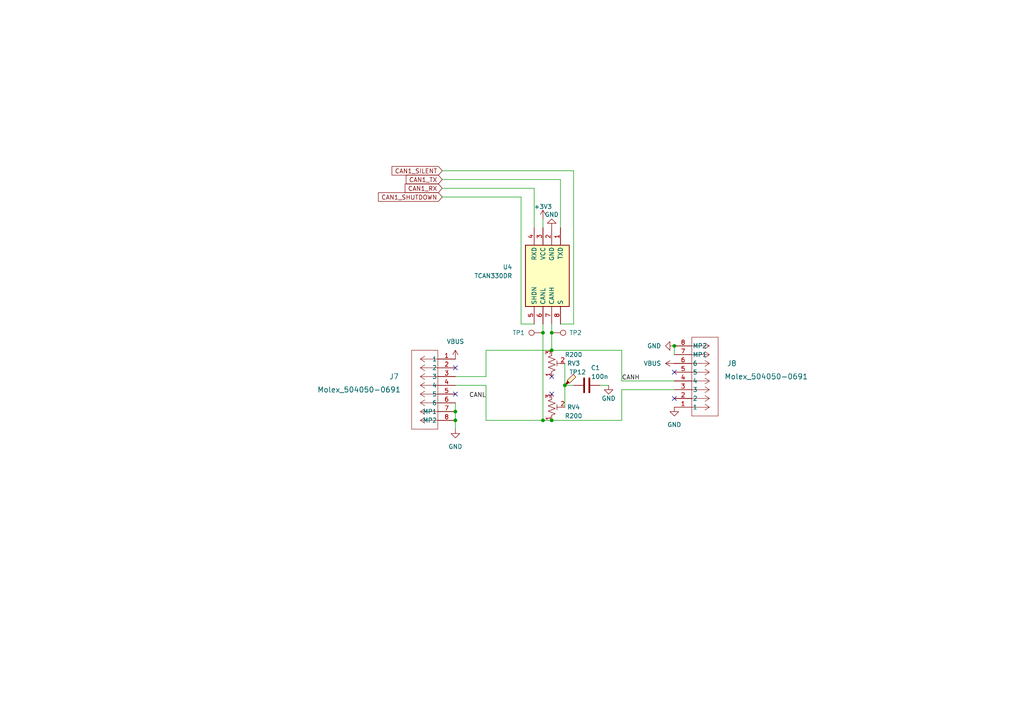
<source format=kicad_sch>
(kicad_sch (version 20230121) (generator eeschema)
  (paper "A4")
  (lib_symbols
    (symbol "Connector:TestPoint_Probe" (pin_numbers hide) (pin_names (offset 0.762) hide)
      (property "Reference" "TP" (at 1.651 5.842 0))
      (property "Value" "TestPoint_Probe" (at 1.651 4.064 0))
      (symbol "TestPoint_Probe_0_1"
        (polyline (pts (xy 1.27 0.762) (xy 0 0) (xy 0.762 1.27) (xy 1.27 0.762)) (fill (type outline)))
        (polyline (pts (xy 1.397 0.635) (xy 0.635 1.397) (xy 2.413 3.175) (xy 3.175 2.413) (xy 1.397 0.635)) (fill (type background)))
      )
      (symbol "TestPoint_Probe_1_1"
        (pin passive line (at 0 0 90) (length 0) (name "1") (number "1"))
      )
    )
    (symbol "Device:C" (pin_numbers hide) (pin_names (offset 0.254))
      (property "Reference" "C" (at 0.635 2.54 0))
      (property "Value" "C" (at 0.635 -2.54 0))
      (symbol "C_0_1"
        (polyline (pts (xy -2.032 -0.762) (xy 2.032 -0.762)) (stroke (width 0.508)))
        (polyline (pts (xy -2.032 0.762) (xy 2.032 0.762)) (stroke (width 0.508)))
      )
      (symbol "C_1_1"
        (pin passive line (at 0 3.81 270) (length 2.794) (name "~") (number "1"))
        (pin passive line (at 0 -3.81 90) (length 2.794) (name "~") (number "2"))
      )
    )
    (symbol "Device:R_Potentiometer_Trim_US" (pin_names (offset 1.016) hide)
      (property "Reference" "RV" (at -4.445 0 90))
      (property "Value" "R_Potentiometer_Trim_US" (at -2.54 0 90))
      (symbol "R_Potentiometer_Trim_US_0_1"
        (polyline (pts (xy 0 -2.286) (xy 0 -2.54)))
        (polyline (pts (xy 0 2.286) (xy 0 2.54)))
        (polyline (pts (xy 1.524 0.762) (xy 1.524 -0.762)))
        (polyline (pts (xy 2.54 0) (xy 1.524 0)))
        (polyline (pts (xy 0 -0.762) (xy 1.016 -1.143) (xy 0 -1.524) (xy -1.016 -1.905) (xy 0 -2.286)))
        (polyline (pts (xy 0 0.762) (xy 1.016 0.381) (xy 0 0) (xy -1.016 -0.381) (xy 0 -0.762)))
        (polyline (pts (xy 0 2.286) (xy 1.016 1.905) (xy 0 1.524) (xy -1.016 1.143) (xy 0 0.762)))
      )
      (symbol "R_Potentiometer_Trim_US_1_1"
        (pin passive line (at 0 3.81 270) (length 1.27) (name "1") (number "1"))
        (pin passive line (at 3.81 0 180) (length 1.27) (name "2") (number "2"))
        (pin passive line (at 0 -3.81 90) (length 1.27) (name "3") (number "3"))
      )
    )
    (symbol "TVSC:Molex_504050-0691" (pin_names (offset 0.254))
      (property "Reference" "J" (at 13.97 -7.62 0))
      (property "Value" "Molex_504050-0691" (at 25.4 -10.16 0))
      (symbol "Molex_504050-0691_1_1"
        (polyline (pts (xy 5.08 -20.32) (xy 12.7 -20.32)) (stroke (width 0.127)))
        (polyline (pts (xy 5.08 2.54) (xy 5.08 -20.32)) (stroke (width 0.127)))
        (polyline (pts (xy 10.16 -17.78) (xy 5.08 -17.78)) (stroke (width 0.127)))
        (polyline (pts (xy 10.16 -17.78) (xy 8.89 -18.6267)) (stroke (width 0.127)))
        (polyline (pts (xy 10.16 -17.78) (xy 8.89 -16.9333)) (stroke (width 0.127)))
        (polyline (pts (xy 10.16 -15.24) (xy 5.08 -15.24)) (stroke (width 0.127)))
        (polyline (pts (xy 10.16 -15.24) (xy 8.89 -16.0867)) (stroke (width 0.127)))
        (polyline (pts (xy 10.16 -15.24) (xy 8.89 -14.3933)) (stroke (width 0.127)))
        (polyline (pts (xy 10.16 -12.7) (xy 5.08 -12.7)) (stroke (width 0.127)))
        (polyline (pts (xy 10.16 -12.7) (xy 8.89 -13.5467)) (stroke (width 0.127)))
        (polyline (pts (xy 10.16 -12.7) (xy 8.89 -11.8533)) (stroke (width 0.127)))
        (polyline (pts (xy 10.16 -10.16) (xy 5.08 -10.16)) (stroke (width 0.127)))
        (polyline (pts (xy 10.16 -10.16) (xy 8.89 -11.0067)) (stroke (width 0.127)))
        (polyline (pts (xy 10.16 -10.16) (xy 8.89 -9.3133)) (stroke (width 0.127)))
        (polyline (pts (xy 10.16 -7.62) (xy 5.08 -7.62)) (stroke (width 0.127)))
        (polyline (pts (xy 10.16 -7.62) (xy 8.89 -8.4667)) (stroke (width 0.127)))
        (polyline (pts (xy 10.16 -7.62) (xy 8.89 -6.7733)) (stroke (width 0.127)))
        (polyline (pts (xy 10.16 -5.08) (xy 5.08 -5.08)) (stroke (width 0.127)))
        (polyline (pts (xy 10.16 -5.08) (xy 8.89 -5.9267)) (stroke (width 0.127)))
        (polyline (pts (xy 10.16 -5.08) (xy 8.89 -4.2333)) (stroke (width 0.127)))
        (polyline (pts (xy 10.16 -2.54) (xy 5.08 -2.54)) (stroke (width 0.127)))
        (polyline (pts (xy 10.16 -2.54) (xy 8.89 -3.3867)) (stroke (width 0.127)))
        (polyline (pts (xy 10.16 -2.54) (xy 8.89 -1.6933)) (stroke (width 0.127)))
        (polyline (pts (xy 10.16 0) (xy 5.08 0)) (stroke (width 0.127)))
        (polyline (pts (xy 10.16 0) (xy 8.89 -0.8467)) (stroke (width 0.127)))
        (polyline (pts (xy 10.16 0) (xy 8.89 0.8467)) (stroke (width 0.127)))
        (polyline (pts (xy 12.7 -20.32) (xy 12.7 2.54)) (stroke (width 0.127)))
        (polyline (pts (xy 12.7 2.54) (xy 5.08 2.54)) (stroke (width 0.127)))
        (pin passive line (at 0 0 0) (length 5.08) (name "1") (number "1"))
        (pin passive line (at 0 -2.54 0) (length 5.08) (name "2") (number "2"))
        (pin passive line (at 0 -5.08 0) (length 5.08) (name "3") (number "3"))
        (pin passive line (at 0 -7.62 0) (length 5.08) (name "4") (number "4"))
        (pin passive line (at 0 -10.16 0) (length 5.08) (name "5") (number "5"))
        (pin passive line (at 0 -12.7 0) (length 5.08) (name "6") (number "6"))
        (pin power_in line (at 0 -15.24 0) (length 5.08) (name "MP1") (number "7"))
        (pin power_in line (at 0 -17.78 0) (length 5.08) (name "MP2") (number "8"))
      )
      (symbol "Molex_504050-0691_1_2"
        (polyline (pts (xy 5.08 -20.32) (xy 12.7 -20.32)) (stroke (width 0.127)))
        (polyline (pts (xy 5.08 2.54) (xy 5.08 -20.32)) (stroke (width 0.127)))
        (polyline (pts (xy 7.62 -17.78) (xy 5.08 -17.78)) (stroke (width 0.127)))
        (polyline (pts (xy 7.62 -17.78) (xy 8.89 -18.6267)) (stroke (width 0.127)))
        (polyline (pts (xy 7.62 -17.78) (xy 8.89 -16.9333)) (stroke (width 0.127)))
        (polyline (pts (xy 7.62 -15.24) (xy 5.08 -15.24)) (stroke (width 0.127)))
        (polyline (pts (xy 7.62 -15.24) (xy 8.89 -16.0867)) (stroke (width 0.127)))
        (polyline (pts (xy 7.62 -15.24) (xy 8.89 -14.3933)) (stroke (width 0.127)))
        (polyline (pts (xy 7.62 -12.7) (xy 5.08 -12.7)) (stroke (width 0.127)))
        (polyline (pts (xy 7.62 -12.7) (xy 8.89 -13.5467)) (stroke (width 0.127)))
        (polyline (pts (xy 7.62 -12.7) (xy 8.89 -11.8533)) (stroke (width 0.127)))
        (polyline (pts (xy 7.62 -10.16) (xy 5.08 -10.16)) (stroke (width 0.127)))
        (polyline (pts (xy 7.62 -10.16) (xy 8.89 -11.0067)) (stroke (width 0.127)))
        (polyline (pts (xy 7.62 -10.16) (xy 8.89 -9.3133)) (stroke (width 0.127)))
        (polyline (pts (xy 7.62 -7.62) (xy 5.08 -7.62)) (stroke (width 0.127)))
        (polyline (pts (xy 7.62 -7.62) (xy 8.89 -8.4667)) (stroke (width 0.127)))
        (polyline (pts (xy 7.62 -7.62) (xy 8.89 -6.7733)) (stroke (width 0.127)))
        (polyline (pts (xy 7.62 -5.08) (xy 5.08 -5.08)) (stroke (width 0.127)))
        (polyline (pts (xy 7.62 -5.08) (xy 8.89 -5.9267)) (stroke (width 0.127)))
        (polyline (pts (xy 7.62 -5.08) (xy 8.89 -4.2333)) (stroke (width 0.127)))
        (polyline (pts (xy 7.62 -2.54) (xy 5.08 -2.54)) (stroke (width 0.127)))
        (polyline (pts (xy 7.62 -2.54) (xy 8.89 -3.3867)) (stroke (width 0.127)))
        (polyline (pts (xy 7.62 -2.54) (xy 8.89 -1.6933)) (stroke (width 0.127)))
        (polyline (pts (xy 7.62 0) (xy 5.08 0)) (stroke (width 0.127)))
        (polyline (pts (xy 7.62 0) (xy 8.89 -0.8467)) (stroke (width 0.127)))
        (polyline (pts (xy 7.62 0) (xy 8.89 0.8467)) (stroke (width 0.127)))
        (polyline (pts (xy 12.7 -20.32) (xy 12.7 2.54)) (stroke (width 0.127)))
        (polyline (pts (xy 12.7 2.54) (xy 5.08 2.54)) (stroke (width 0.127)))
        (pin unspecified line (at 0 0 0) (length 5.08) (name "1") (number "1"))
        (pin unspecified line (at 0 -2.54 0) (length 5.08) (name "2") (number "2"))
        (pin unspecified line (at 0 -5.08 0) (length 5.08) (name "3") (number "3"))
        (pin unspecified line (at 0 -7.62 0) (length 5.08) (name "4") (number "4"))
        (pin unspecified line (at 0 -10.16 0) (length 5.08) (name "5") (number "5"))
        (pin unspecified line (at 0 -12.7 0) (length 5.08) (name "6") (number "6"))
        (pin unspecified line (at 0 -15.24 0) (length 5.08) (name "7") (number "7"))
        (pin unspecified line (at 0 -17.78 0) (length 5.08) (name "8") (number "8"))
      )
    )
    (symbol "TVSC:TCAN330DR"
      (property "Reference" "U" (at 24.13 7.62 0))
      (property "Value" "TCAN330DR" (at 24.13 5.08 0))
      (symbol "TCAN330DR_1_1"
        (rectangle (start 5.08 2.54) (end 22.86 -10.16) (stroke (width 0.254)) (fill (type background)))
        (pin passive line (at 0 0 0) (length 5.08) (name "TXD") (number "1"))
        (pin passive line (at 0 -2.54 0) (length 5.08) (name "GND") (number "2"))
        (pin passive line (at 0 -5.08 0) (length 5.08) (name "VCC") (number "3"))
        (pin passive line (at 0 -7.62 0) (length 5.08) (name "RXD") (number "4"))
        (pin passive line (at 27.94 -7.62 180) (length 5.08) (name "SHDN") (number "5"))
        (pin passive line (at 27.94 -5.08 180) (length 5.08) (name "CANL") (number "6"))
        (pin passive line (at 27.94 -2.54 180) (length 5.08) (name "CANH") (number "7"))
        (pin passive line (at 27.94 0 180) (length 5.08) (name "S") (number "8"))
      )
    )
    (symbol "TVSC:TestPoint_Keystone_5002" (pin_numbers hide) (pin_names (offset 0.762) hide)
      (property "Reference" "TP" (at 0 6.858 0))
      (property "Value" "TestPoint" (at 0 5.08 0))
      (symbol "TestPoint_Keystone_5002_0_1"
        (circle (center 0 3.302) (radius 0.762))
      )
      (symbol "TestPoint_Keystone_5002_1_1"
        (pin passive line (at 0 0 90) (length 2.54) (name "1") (number "1"))
      )
    )
    (symbol "power:+3V3" (power) (pin_names (offset 0))
      (property "Value" "+3V3" (at 0 3.556 0))
      (symbol "+3V3_0_1"
        (polyline (pts (xy -0.762 1.27) (xy 0 2.54)))
        (polyline (pts (xy 0 0) (xy 0 2.54)))
        (polyline (pts (xy 0 2.54) (xy 0.762 1.27)))
      )
      (symbol "+3V3_1_1"
        (pin power_in line (at 0 0 90) (length 0) hide (name "+3V3") (number "1"))
      )
    )
    (symbol "power:GND" (power) (pin_names (offset 0))
      (property "Value" "GND" (at 0 -3.81 0))
      (symbol "GND_0_1"
        (polyline (pts (xy 0 0) (xy 0 -1.27) (xy 1.27 -1.27) (xy 0 -2.54) (xy -1.27 -1.27) (xy 0 -1.27)))
      )
      (symbol "GND_1_1"
        (pin power_in line (at 0 0 270) (length 0) hide (name "GND") (number "1"))
      )
    )
    (symbol "power:VBUS" (power) (pin_names (offset 0))
      (property "Value" "VBUS" (at 0 3.81 0))
      (symbol "VBUS_0_1"
        (polyline (pts (xy -0.762 1.27) (xy 0 2.54)))
        (polyline (pts (xy 0 0) (xy 0 2.54)))
        (polyline (pts (xy 0 2.54) (xy 0.762 1.27)))
      )
      (symbol "VBUS_1_1"
        (pin power_in line (at 0 0 90) (length 0) hide (name "VBUS") (number "1"))
      )
    )
  )
  (junction (at 195.58 100.33))
  (junction (at 132.08 119.38))
  (junction (at 160.02 121.92))
  (junction (at 132.08 121.92))
  (junction (at 160.02 96.52))
  (junction (at 160.02 101.6))
  (junction (at 157.48 121.92))
  (junction (at 157.48 96.52))
  (junction (at 163.83 111.76))
  (no_connect (at 195.58 107.95))
  (no_connect (at 132.08 106.68))
  (no_connect (at 195.58 115.57))
  (no_connect (at 160.02 114.3))
  (no_connect (at 160.02 109.22))
  (no_connect (at 132.08 114.3))
  (wire (pts (xy 160.02 96.52) (xy 160.02 101.6)))
  (wire (pts (xy 163.83 111.76) (xy 166.37 111.76)))
  (wire (pts (xy 195.58 113.03) (xy 180.34 113.03)))
  (wire (pts (xy 162.56 52.07) (xy 162.56 66.04)))
  (wire (pts (xy 195.58 110.49) (xy 180.34 110.49)))
  (wire (pts (xy 160.02 121.92) (xy 180.34 121.92)))
  (wire (pts (xy 151.13 93.98) (xy 154.94 93.98)))
  (wire (pts (xy 151.13 57.15) (xy 151.13 93.98)))
  (wire (pts (xy 163.83 105.41) (xy 163.83 111.76)))
  (wire (pts (xy 132.08 111.76) (xy 140.97 111.76)))
  (wire (pts (xy 173.99 111.76) (xy 176.53 111.76)))
  (wire (pts (xy 140.97 109.22) (xy 140.97 101.6)))
  (wire (pts (xy 180.34 113.03) (xy 180.34 121.92)))
  (wire (pts (xy 140.97 111.76) (xy 140.97 121.92)))
  (wire (pts (xy 160.02 93.98) (xy 160.02 96.52)))
  (wire (pts (xy 128.27 57.15) (xy 151.13 57.15)))
  (wire (pts (xy 180.34 110.49) (xy 180.34 101.6)))
  (wire (pts (xy 163.83 111.76) (xy 163.83 118.11)))
  (wire (pts (xy 166.37 49.53) (xy 166.37 93.98)))
  (wire (pts (xy 162.56 52.07) (xy 128.27 52.07)))
  (wire (pts (xy 160.02 101.6) (xy 180.34 101.6)))
  (wire (pts (xy 132.08 116.84) (xy 132.08 119.38)))
  (wire (pts (xy 132.08 109.22) (xy 140.97 109.22)))
  (wire (pts (xy 132.08 119.38) (xy 132.08 121.92)))
  (wire (pts (xy 166.37 93.98) (xy 162.56 93.98)))
  (wire (pts (xy 132.08 121.92) (xy 132.08 124.46)))
  (wire (pts (xy 128.27 54.61) (xy 154.94 54.61)))
  (wire (pts (xy 140.97 101.6) (xy 160.02 101.6)))
  (wire (pts (xy 154.94 54.61) (xy 154.94 66.04)))
  (wire (pts (xy 157.48 63.5) (xy 157.48 66.04)))
  (wire (pts (xy 128.27 49.53) (xy 166.37 49.53)))
  (wire (pts (xy 140.97 121.92) (xy 157.48 121.92)))
  (wire (pts (xy 195.58 100.33) (xy 195.58 102.87)))
  (wire (pts (xy 157.48 93.98) (xy 157.48 96.52)))
  (wire (pts (xy 157.48 121.92) (xy 160.02 121.92)))
  (wire (pts (xy 157.48 96.52) (xy 157.48 121.92)))
  (label "CANL" (at 140.97 115.57 180))
  (label "CANH" (at 180.34 110.49 0))
  (global_label "CAN1_SILENT" (shape input) (at 128.27 49.53 180) (property "Intersheetrefs" "${INTERSHEET_REFS}" (effects hide)))
  (global_label "CAN1_RX" (shape input) (at 128.27 54.61 180) (property "Intersheetrefs" "${INTERSHEET_REFS}" (effects hide)))
  (global_label "CAN1_SHUTDOWN" (shape input) (at 128.27 57.15 180) (property "Intersheetrefs" "${INTERSHEET_REFS}" (effects hide)))
  (global_label "CAN1_TX" (shape input) (at 128.27 52.07 180) (property "Intersheetrefs" "${INTERSHEET_REFS}" (effects hide)))
  (symbol (lib_id "Device:C") (at 170.18 111.76 270) (unit 1)
    (property "Reference" "C1" (at 172.72 106.68 90))
    (property "Value" "100n" (at 171.45 109.22 90) (effects (justify left)))
    (property "Footprint" "footprints:Nondescript_C_0402_1005Metric" (effects hide))
  )
  (symbol (lib_id "Device:R_Potentiometer_Trim_US") (at 160.02 118.11 0) (mirror x) (unit 1)
    (property "Reference" "RV4" (at 166.37 118.11 0))
    (property "Value" "R200" (at 166.37 120.65 0))
    (property "Footprint" "Potentiometer_SMD:Potentiometer_Bourns_3314J_Vertical" (effects hide))
    (property "Active" "Y" (effects hide))
    (property "MPN" "C124642" (effects hide))
    (property "Manufacturer" "BOURNS" (effects hide))
    (property "Manufacturer Part Number" "3314J-1-201E" (effects hide))
    (property "Specs" "0-120 Ohm" (effects hide))
  )
  (symbol (lib_id "power:GND") (at 195.58 100.33 270) (mirror x) (unit 1)
    (property "Reference" "#PWR025" (effects hide))
    (property "Value" "GND" (at 191.77 100.33 90) (effects (justify right)))
  )
  (symbol (lib_id "TVSC:TestPoint_Keystone_5002") (at 160.02 96.52 270) (unit 1)
    (property "Reference" "TP2" (at 165.1 96.52 90) (effects (justify left)))
    (property "Value" "TestPoint" (effects hide))
    (property "Footprint" "footprints:Keystone_5001" (effects hide))
    (property "Datasheet" "https://www.keyelco.com/product.cfm/product_id/1310" (effects hide))
    (property "Color" "White" (effects hide))
    (property "Manufacturer" "Keystone" (effects hide))
    (property "Manufacturer Part Number" "5001" (effects hide))
    (property "MPN" "C238122" (effects hide))
    (property "Active" "Y" (effects hide))
  )
  (symbol (lib_id "power:VBUS") (at 132.08 104.14 0) (unit 1)
    (property "Reference" "#PWR021" (effects hide))
    (property "Value" "VBUS" (at 132.08 99.06 0))
  )
  (symbol (lib_id "power:VBUS") (at 195.58 105.41 90) (mirror x) (unit 1)
    (property "Reference" "#PWR022" (effects hide))
    (property "Value" "VBUS" (at 191.77 105.41 90) (effects (justify left)))
  )
  (symbol (lib_id "power:GND") (at 176.53 111.76 0) (unit 1)
    (property "Reference" "#PWR020" (effects hide))
    (property "Value" "GND" (at 176.53 115.57 0))
  )
  (symbol (lib_id "power:GND") (at 160.02 66.04 180) (unit 1)
    (property "Reference" "#PWR018" (effects hide))
    (property "Value" "GND" (at 160.02 62.23 0))
  )
  (symbol (lib_id "Connector:TestPoint_Probe") (at 163.83 111.76 0) (unit 1)
    (property "Reference" "TP12" (at 165.1 107.95 0) (effects (justify left)))
    (property "Value" "TestPoint_Probe" (effects hide))
    (property "Footprint" "footprints:TestPoint_Pad_D2.5mm" (effects hide))
  )
  (symbol (lib_id "TVSC:TestPoint_Keystone_5002") (at 157.48 96.52 90) (unit 1)
    (property "Reference" "TP1" (at 148.59 96.52 90) (effects (justify right)))
    (property "Value" "TestPoint" (effects hide))
    (property "Footprint" "footprints:Keystone_5001" (effects hide))
    (property "Datasheet" "https://www.keyelco.com/product.cfm/product_id/1310" (effects hide))
    (property "Color" "White" (effects hide))
    (property "Manufacturer" "Keystone" (effects hide))
    (property "Manufacturer Part Number" "5001" (effects hide))
    (property "MPN" "C238122" (effects hide))
    (property "Active" "Y" (effects hide))
  )
  (symbol (lib_id "power:+3V3") (at 157.48 63.5 0) (unit 1)
    (property "Reference" "#PWR019" (effects hide))
    (property "Value" "+3V3" (at 157.48 59.944 0))
  )
  (symbol (lib_id "Device:R_Potentiometer_Trim_US") (at 160.02 105.41 0) (mirror x) (unit 1)
    (property "Reference" "RV3" (at 166.37 105.41 0))
    (property "Value" "R200" (at 166.37 102.87 0))
    (property "Footprint" "Potentiometer_SMD:Potentiometer_Bourns_3314J_Vertical" (effects hide))
    (property "Active" "Y" (effects hide))
    (property "MPN" "C124642" (effects hide))
    (property "Manufacturer" "BOURNS" (effects hide))
    (property "Manufacturer Part Number" "3314J-1-201E" (effects hide))
    (property "Specs" "0-120 Ohm" (effects hide))
  )
  (symbol (lib_id "TVSC:Molex_504050-0691") (at 195.58 118.11 0) (mirror x) (unit 1)
    (property "Reference" "J8" (at 210.82 105.41 0) (effects (font (size 1.524 1.524)) (justify left)))
    (property "Value" "Molex_504050-0691" (at 222.25 109.22 0) (effects (font (size 1.524 1.524))))
    (property "Footprint" "footprints:Molex_504050-0691" (effects hide))
    (property "Datasheet" "https://www.molex.com/en-us/products/part-detail/5040500691" (effects hide))
    (property "Manufacturer" "Molex" (effects hide))
    (property "Manufacturer Part Number" "504050-0691" (effects hide))
    (property "MPN" "C563981" (effects hide))
    (property "Active" "Y" (effects hide))
  )
  (symbol (lib_id "TVSC:Molex_504050-0691") (at 132.08 104.14 0) (mirror y) (unit 1)
    (property "Reference" "J7" (at 114.3 109.22 0) (effects (font (size 1.524 1.524))))
    (property "Value" "Molex_504050-0691" (at 104.14 113.03 0) (effects (font (size 1.524 1.524))))
    (property "Footprint" "footprints:Molex_504050-0691" (effects hide))
    (property "Datasheet" "https://www.molex.com/en-us/products/part-detail/5040500691" (effects hide))
    (property "Manufacturer" "Molex" (effects hide))
    (property "Manufacturer Part Number" "504050-0691" (effects hide))
    (property "MPN" "C563981" (effects hide))
    (property "Active" "Y" (effects hide))
  )
  (symbol (lib_id "power:GND") (at 132.08 124.46 0) (unit 1)
    (property "Reference" "#PWR024" (effects hide))
    (property "Value" "GND" (at 132.08 129.54 0))
  )
  (symbol (lib_id "power:GND") (at 195.58 118.11 0) (mirror y) (unit 1)
    (property "Reference" "#PWR023" (effects hide))
    (property "Value" "GND" (at 195.58 123.19 0))
  )
  (symbol (lib_id "TVSC:TCAN330DR") (at 162.56 66.04 270) (unit 1)
    (property "Reference" "U4" (at 148.59 77.47 90) (effects (justify right)))
    (property "Value" "TCAN330DR" (at 148.59 80.01 90) (effects (justify right)))
    (property "Footprint" "footprints:SOIC127P600X175-8N" (effects hide))
    (property "Datasheet" "http://www.ti.com/lit/gpn/TCAN330" (effects hide))
    (property "Alternate" "TCAN332" (effects hide))
    (property "Manufacturer" "Texas Instruments" (effects hide))
    (property "Manufacturer Part Number" "TCAN330DR" (effects hide))
    (property "MPN" "C2652876" (effects hide))
    (property "Height" "1.75" (effects hide))
    (property "Manufacturer_Name" "Texas Instruments" (effects hide))
    (property "Manufacturer_Part_Number" "TCAN330DR" (effects hide))
    (property "Mouser Part Number" "595-TCAN330DR" (effects hide))
    (property "Mouser Price/Stock" "https://www.mouser.co.uk/ProductDetail/Texas-Instruments/TCAN330DR?qs=9DwIlvx97afvSza3n7zoBw%3D%3D" (effects hide))
    (property "Arrow Part Number" "TCAN330DR" (effects hide))
    (property "Arrow Price/Stock" "https://www.arrow.com/en/products/tcan330dr/texas-instruments?utm_currency=USD&region=europe" (effects hide))
  )
)
</source>
